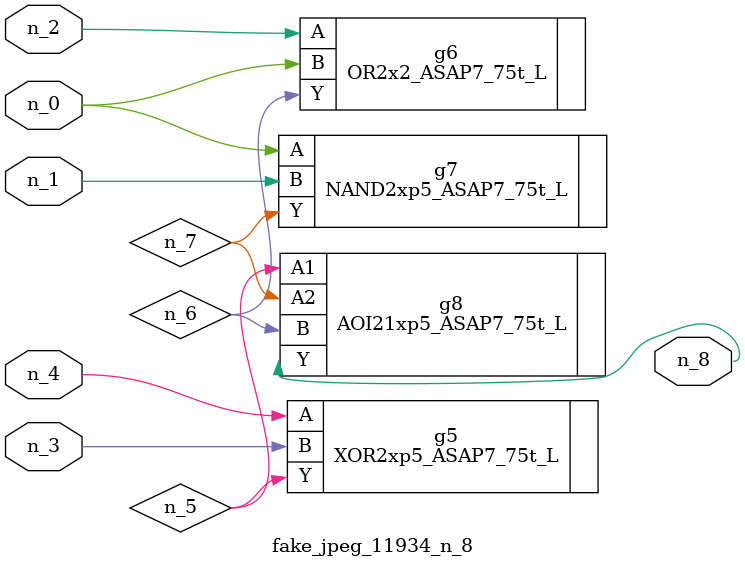
<source format=v>
module fake_jpeg_11934_n_8 (n_3, n_2, n_1, n_0, n_4, n_8);

input n_3;
input n_2;
input n_1;
input n_0;
input n_4;

output n_8;

wire n_6;
wire n_5;
wire n_7;

XOR2xp5_ASAP7_75t_L g5 ( 
.A(n_4),
.B(n_3),
.Y(n_5)
);

OR2x2_ASAP7_75t_L g6 ( 
.A(n_2),
.B(n_0),
.Y(n_6)
);

NAND2xp5_ASAP7_75t_L g7 ( 
.A(n_0),
.B(n_1),
.Y(n_7)
);

AOI21xp5_ASAP7_75t_L g8 ( 
.A1(n_5),
.A2(n_7),
.B(n_6),
.Y(n_8)
);


endmodule
</source>
